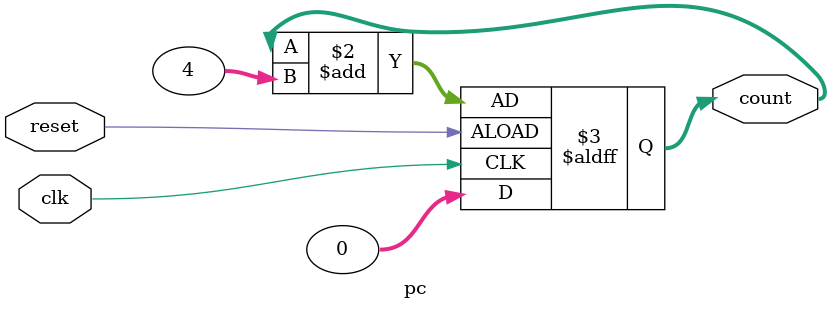
<source format=v>
module pc(clk, reset, count);

input           clk;
input           reset;
output  [31:0]  count;
reg     [31:0]  count;

always @(posedge clk or negedge reset)
begin
    if (reset)
		count = 32'b0;
    else
    begin
        count = count + 4;
    end
end

endmodule

</source>
